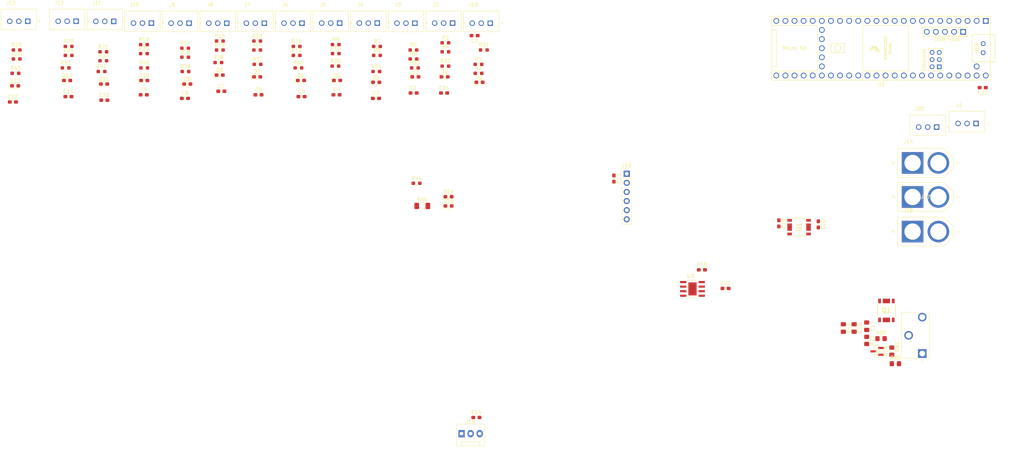
<source format=kicad_pcb>
(kicad_pcb (version 20240108) (generator "pcbnew") (generator_version "8.0")
  (layers (0 "F.Cu" signal) (31 "B.Cu" signal) (34 "B.Paste" user) (35 "F.Paste" user) (36 "B.SilkS" user "B.Silkscreen") (37 "F.SilkS" user "F.Silkscreen") (38 "B.Mask" user) (39 "F.Mask" user) (44 "Edge.Cuts" user))
  (net 0 "")
  (net 1 "+5V")
  (net 2 "GND1")
  (net 3 "+12V")
  (net 4 "+3.3V")
  (net 5 "44.4V")
  (net 6 "Net-(Q1-G)")
  (net 7 "44.4v")
  (net 8 "12v")
  (net 9 "5v")
  (net 10 "Signal Start Module")
  (net 11 "Net-(J17-POS)")
  (net 12 "Net-(J17-NEG)")
  (net 13 "Line Sensor 1 3.3V")
  (net 14 "Line Sensor 1 5v")
  (net 15 "Line Sensor 2 5v")
  (net 16 "Line Sensor 2 3.3V")
  (net 17 "Line Sensor 3 5v")
  (net 18 "Line Sensor 3 3.3V")
  (net 19 "Line Sensor 4 5v")
  (net 20 "Line Sensor 4 3.3V")
  (net 21 "Distance Sensor 1 12V")
  (net 22 "Distance Sensor 1 3.3V")
  (net 23 "Distance Sensor 2 12V")
  (net 24 "Distance Sensor 2 3.3V")
  (net 25 "Distance Sensor 3 3.3V")
  (net 26 "Distance Sensor 3 12V")
  (net 27 "Distance Sensor 4 12V")
  (net 28 "Distance Sensor 4 3.3V")
  (net 29 "Distance Sensor 5 3.3V")
  (net 30 "Distance Sensor 5 12V")
  (net 31 "Distance Sensor 6 12V")
  (net 32 "Distance Sensor 6 3.3V")
  (net 33 "Distance Sensor 7 3.3V")
  (net 34 "Distance Sensor 7 12V")
  (net 35 "Distance Sensor 8 3.3V")
  (net 36 "Distance Sensor 8 12V")
  (net 37 "Distance Sensor 9 3.3V")
  (net 38 "Distance Sensor 9 12V")
  (net 39 "Net-(Q2-D)")
  (net 40 "Net-(Q1-S)")
  (net 41 "Net-(Q2-G)")
  (net 42 "Net-(SW1-A)")
  (net 43 "Net-(D1-A)")
  (net 44 "Net-(D2-A)")
  (net 45 "Net-(D3-A)")
  (net 46 "Net-(D4-A)")
  (net 47 "Net-(D5-A)")
  (net 48 "Net-(D6-A)")
  (net 49 "Net-(D7-A)")
  (net 50 "Net-(D8-A)")
  (net 51 "Net-(D9-A)")
  (net 52 "Net-(D10-A)")
  (net 53 "Net-(D11-A)")
  (net 54 "Net-(D12-A)")
  (net 55 "Net-(D13-A)")
  (net 56 "Net-(D15-A)")
  (net 57 "Net-(D14-A)")
  (net 58 "PWM MD2")
  (net 59 "Direction MD2")
  (net 60 "SDA")
  (net 61 "PWM MD1")
  (net 62 "Direction MD1")
  (net 65 "SCL")
  (net 73 "Interupt")
  (footprint "Resistor_SMD:R_0805_2012Metric_Pad1.20x1.40mm_HandSolder" (layer "F.Cu") (at 218.5 112 -90)
    (property "Reference" "R27" (at 0 -1.65 90) (layer "F.SilkS"))
    (property "Value" "15k")
    (pad "1" smd roundrect (at -1 0 270) (size 1.2 1.4) (layers "F.Cu" "F.Paste" "F.Mask") (roundrect_rratio 0.208333) (net 6 "Net-(Q1-G)"))
    (pad "2" smd roundrect (at 1 0 270) (size 1.2 1.4) (layers "F.Cu" "F.Paste" "F.Mask") (roundrect_rratio 0.208333) (net 39 "Net-(Q2-D)"))
  )
  (footprint "LED_SMD:LED_0603_1608Metric_Pad1.05x0.95mm_HandSolder" (layer "F.Cu") (at 81.7 40)
    (property "Reference" "D4" (at 0 -1.43 0) (layer "F.SilkS"))
    (property "Value" "LED")
    (pad "1" smd roundrect (at -0.875 0) (size 1.05 0.95) (layers "F.Cu" "F.Paste" "F.Mask") (net 2 "GND1"))
    (pad "2" smd roundrect (at 0.875 0) (size 1.05 0.95) (layers "F.Cu" "F.Paste" "F.Mask") (net 46 "Net-(D4-A)"))
  )
  (footprint "Teensy try:Teensy41 (1)" (layer "F.Cu") (at 222.5 30.5 180)
    (property "Reference" "U2" (at 0 -10.16 0) (layer "F.SilkS"))
    (property "Value" "Teensy4.1")
    (fp_text user "Ethernet" (at -12.065 -3.2766 90) (layer "F.SilkS"))
    (fp_text user "USB" (at -26.67 0 90) (layer "F.SilkS"))
    (fp_text user "Micro SD" (at 24.13 0 0) (layer "F.SilkS"))
    (fp_text user "MIMXRT1062" (at -1.27 0 90) (layer "F.SilkS") (effects (font (size 0.7 0.7))))
    (fp_text user "USB Host" (at -18.4658 2.4892 0) (layer "F.SilkS"))
    (fp_text user "DVJ6A" (at -2.54 -0.18 90) (layer "F.SilkS") (effects (font (size 0.7 0.7))))
    (pad "1" thru_hole rect (at -29.21 7.62 180) (size 1.6 1.6) (drill 1.1) (layers "*.Cu" "*.Mask") (net 2 "GND1"))
    (pad "2" thru_hole circle (at -26.67 7.62 180) (size 1.6 1.6) (drill 1.1) (layers "*.Cu" "*.Mask"))
    (pad "3" thru_hole circle (at -24.13 7.62 180) (size 1.6 1.6) (drill 1.1) (layers "*.Cu" "*.Mask") (net 62 "Direction MD1"))
    (pad "4" thru_hole circle (at -21.59 7.62 180) (size 1.6 1.6) (drill 1.1) (layers "*.Cu" "*.Mask") (net 61 "PWM MD1"))
    (pad "5" thru_hole circle (at -19.05 7.62 180) (size 1.6 1.6) (drill 1.1) (layers "*.Cu" "*.Mask") (net 59 "Direction MD2"))
    (pad "6" thru_hole circle (at -16.51 7.62 180) (size 1.6 1.6) (drill 1.1) (layers "*.Cu" "*.Mask") (net 58 "PWM MD2"))
    (pad "7" thru_hole circle (at -13.97 7.62 180) (size 1.6 1.6) (drill 1.1) (layers "*.Cu" "*.Mask") (net 13 "Line Sensor 1 3.3V"))
    (pad "8" thru_hole circle (at -11.43 7.62 180) (size 1.6 1.6) (drill 1.1) (layers "*.Cu" "*.Mask") (net 16 "Line Sensor 2 3.3V"))
    (pad "9" thru_hole circle (at -8.89 7.62 180) (size 1.6 1.6) (drill 1.1) (layers "*.Cu" "*.Mask") (net 18 "Line Sensor 3 3.3V"))
    (pad "10" thru_hole circle (at -6.35 7.62 180) (size 1.6 1.6) (drill 1.1) (layers "*.Cu" "*.Mask") (net 20 "Line Sensor 4 3.3V"))
    (pad "11" thru_hole circle (at -3.81 7.62 180) (size 1.6 1.6) (drill 1.1) (layers "*.Cu" "*.Mask") (net 22 "Distance Sensor 1 3.3V"))
    (pad "12" thru_hole circle (at -1.27 7.62 180) (size 1.6 1.6) (drill 1.1) (layers "*.Cu" "*.Mask") (net 23 "Distance Sensor 2 12V"))
    (pad "13" thru_hole circle (at 1.27 7.62 180) (size 1.6 1.6) (drill 1.1) (layers "*.Cu" "*.Mask") (net 25 "Distance Sensor 3 3.3V"))
    (pad "14" thru_hole circle (at 3.81 7.62 180) (size 1.6 1.6) (drill 1.1) (layers "*.Cu" "*.Mask") (net 27 "Distance Sensor 4 12V"))
    (pad "15" thru_hole circle (at 6.35 7.62 180) (size 1.6 1.6) (drill 1.1) (layers "*.Cu" "*.Mask"))
    (pad "16" thru_hole circle (at 8.89 7.62 180) (size 1.6 1.6) (drill 1.1) (layers "*.Cu" "*.Mask") (net 30 "Distance Sensor 5 12V"))
    (pad "17" thru_hole circle (at 11.43 7.62 180) (size 1.6 1.6) (drill 1.1) (layers "*.Cu" "*.Mask") (net 31 "Distance Sensor 6 12V"))
    (pad "18" thru_hole circle (at 13.97 7.62 180) (size 1.6 1.6) (drill 1.1) (layers "*.Cu" "*.Mask") (net 34 "Distance Sensor 7 12V"))
    (pad "19" thru_hole circle (at 16.51 7.62 180) (size 1.6 1.6) (drill 1.1) (layers "*.Cu" "*.Mask") (net 36 "Distance Sensor 8 12V"))
    (pad "20" thru_hole circle (at 19.05 7.62 180) (size 1.6 1.6) (drill 1.1) (layers "*.Cu" "*.Mask") (net 38 "Distance Sensor 9 12V"))
    (pad "21" thru_hole circle (at 21.59 7.62 180) (size 1.6 1.6) (drill 1.1) (layers "*.Cu" "*.Mask") (net 10 "Signal Start Module"))
    (pad "22" thru_hole circle (at 24.13 7.62 180) (size 1.6 1.6) (drill 1.1) (layers "*.Cu" "*.Mask"))
    (pad "23" thru_hole circle (at 26.67 7.62 180) (size 1.6 1.6) (drill 1.1) (layers "*.Cu" "*.Mask"))
    (pad "24" thru_hole circle (at 29.21 7.62 180) (size 1.6 1.6) (drill 1.1) (layers "*.Cu" "*.Mask"))
    (pad "25" thru_hole circle (at 29.21 -7.62 180) (size 1.6 1.6) (drill 1.1) (layers "*.Cu" "*.Mask"))
    (pad "26" thru_hole circle (at 26.67 -7.62 180) (size 1.6 1.6) (drill 1.1) (layers "*.Cu" "*.Mask"))
    (pad "27" thru_hole circle (at 24.13 -7.62 180) (size 1.6 1.6) (drill 1.1) (layers "*.Cu" "*.Mask"))
    (pad "28" thru_hole circle (at 21.59 -7.62 180) (size 1.6 1.6) (drill 1.1) (layers "*.Cu" "*.Mask"))
    (pad "29" thru_hole circle (at 19.05 -7.62 180) (size 1.6 1.6) (drill 1.1) (layers "*.Cu" "*.Mask"))
    (pad "30" thru_hole circle (at 16.51 -7.62 180) (size 1.6 1.6) (drill 1.1) (layers "*.Cu" "*.Mask"))
    (pad "31" thru_hole circle (at 13.97 -7.62 180) (size 1.6 1.6) (drill 1.1) (layers "*.Cu" "*.Mask"))
    (pad "32" thru_hole circle (at 11.43 -7.62 180) (size 1.6 1.6) (drill 1.1) (layers "*.Cu" "*.Mask"))
    (pad "33" thru_hole circle (at 8.89 -7.62 180) (size 1.6 1.6) (drill 1.1) (layers "*.Cu" "*.Mask"))
    (pad "34" thru_hole circle (at 6.35 -7.62 180) (size 1.6 1.6) (drill 1.1) (layers "*.Cu" "*.Mask"))
    (pad "35" thru_hole circle (at 3.81 -7.62 180) (size 1.6 1.6) (drill 1.1) (layers "*.Cu" "*.Mask"))
    (pad "36" thru_hole circle (at 1.27 -7.62 180) (size 1.6 1.6) (drill 1.1) (layers "*.Cu" "*.Mask"))
    (pad "37" thru_hole circle (at -1.27 -7.62 180) (size 1.6 1.6) (drill 1.1) (layers "*.Cu" "*.Mask"))
    (pad "38" thru_hole circle (at -3.81 -7.62 180) (size 1.6 1.6) (drill 1.1) (layers "*.Cu" "*.Mask"))
    (pad "39" thru_hole circle (at -6.35 -7.62 180) (size 1.6 1.6) (drill 1.1) (layers "*.Cu" "*.Mask") (net 73 "Interupt"))
    (pad "40" thru_hole circle (at -8.89 -7.62 180) (size 1.6 1.6) (drill 1.1) (layers "*.Cu" "*.Mask") (net 60 "SDA"))
    (pad "41" thru_hole circle (at -11.43 -7.62 180) (size 1.6 1.6) (drill 1.1) (layers "*.Cu" "*.Mask") (net 65 "SCL"))
    (pad "42" thru_hole circle (at -13.97 -7.62 180) (size 1.6 1.6) (drill 1.1) (layers "*.Cu" "*.Mask"))
    (pad "43" thru_hole circle (at -16.51 -7.62 180) (size 1.6 1.6) (drill 1.1) (layers "*.Cu" "*.Mask"))
    (pad "44" thru_hole circle (at -19.05 -7.62 180) (size 1.6 1.6) (drill 1.1) (layers "*.Cu" "*.Mask"))
    (pad "45" thru_hole circle (at -21.59 -7.62 180) (size 1.6 1.6) (drill 1.1) (layers "*.Cu" "*.Mask"))
    (pad "46" thru_hole circle (at -24.13 -7.62 180) (size 1.6 1.6) (drill 1.1) (layers "*.Cu" "*.Mask") (net 4 "+3.3V"))
    (pad "47" thru_hole circle (at -26.67 -7.62 180) (size 1.6 1.6) (drill 1.1) (layers "*.Cu" "*.Mask") (net 2 "GND1"))
    (pad "48" thru_hole circle (at -29.21 -7.62 180) (size 1.6 1.6) (drill 1.1) (layers "*.Cu" "*.Mask") (net 1 "+5V"))
    (pad "49" thru_hole circle (at -26.67 -5.08 180) (size 1.6 1.6) (drill 1.1) (layers "*.Cu" "*.Mask"))
    (pad "50" thru_hole circle (at 16.51 5.08 180) (size 1.6 1.6) (drill 1.1) (layers "*.Cu" "*.Mask"))
    (pad "51" thru_hole circle (at 16.51 2.54 180) (size 1.6 1.6) (drill 1.1) (layers "*.Cu" "*.Mask"))
    (pad "52" thru_hole circle (at 16.51 0 180) (size 1.6 1.6) (drill 1.1) (layers "*.Cu" "*.Mask"))
    (pad "53" thru_hole circle (at 16.51 -2.54 180) (size 1.6 1.6) (drill 1.1) (layers "*.Cu" "*.Mask"))
    (pad "54" thru_hole circle (at 16.51 -5.08 180) (size 1.6 1.6) (drill 1.1) (layers "*.Cu" "*.Mask"))
    (pad "55" thru_hole rect (at -22.9108 4.5692 180) (size 1.6 1.6) (drill 1.1) (layers "*.Cu" "*.Mask"))
    (pad "56" thru_hole circle (at -20.3708 4.5692 180) (size 1.6 1.6) (drill 1.1) (layers "*.Cu" "*.Mask"))
    (pad "57" thru_hole circle (at -17.8308 4.5692 180) (size 1.6 1.6) (drill 1.1) (layers "*.Cu" "*.Mask"))
    (pad "58" thru_hole circle (at -15.2908 4.5692 180) (size 1.6 1.6) (drill 1.1) (layers "*.Cu" "*.Mask"))
    (pad "59" thru_hole circle (at -12.7508 4.5692 180) (size 1.6 1.6) (drill 1.1) (layers "*.Cu" "*.Mask"))
    (pad "60" thru_hole rect (at -16.24 -5.1816 180) (size 1.3 1.3) (drill 0.8) (layers "*.Cu" "*.Mask"))
    (pad "61" thru_hole circle (at -16.24 -3.1816 180) (size 1.3 1.3) (drill 0.8) (layers "*.Cu" "*.Mask"))
    (pad "62" thru_hole circle (at -16.24 -1.1816 180) (size 1.3 1.3) (drill 0.8) (layers "*.Cu" "*.Mask"))
    (pad "63" thru_hole circle (at -14.24 -1.1816 180) (size 1.3 1.3) (drill 0.8) (layers "*.Cu" "*.Mask"))
    (pad "64" thru_hole circle (at -14.24 -3.1816 180) (size 1.3 1.3) (drill 0.8) (layers "*.Cu" "*.Mask"))
    (pad "65" thru_hole circle (at -14.24 -5.1816 180) (size 1.3 1.3) (drill 0.8) (layers "*.Cu" "*.Mask"))
    (pad "66" thru_hole circle (at -28.48 -1.27 180) (size 1.3 1.3) (drill 0.8) (layers "*.Cu" "*.Mask"))
    (pad "67" thru_hole circle (at -28.48 1.27 180) (size 1.3 1.3) (drill 0.8) (layers "*.Cu" "*.Mask"))
  )
  (footprint "XT60-M:AMASS_XT60-M" (layer "F.Cu") (at 234.9 72)
    (property "Reference" "J17" (at 0 0 0) (layer "F.SilkS"))
    (property "Value" "XT60-M")
    (pad "N" thru_hole circle (at 3.6 0) (size 6 6) (drill 4.55) (layers "*.Cu" "*.Mask") (net 12 "Net-(J17-NEG)"))
    (pad "P" thru_hole rect (at -3.6 0) (size 6 6) (drill 4.55) (layers "*.Cu" "*.Mask") (net 11 "Net-(J17-POS)"))
  )
  (footprint "Capacitor_SMD:C_0603_1608Metric_Pad1.08x0.95mm_HandSolder" (layer "F.Cu") (at -19.6375 45.5)
    (property "Reference" "C12" (at 0 -1.43 0) (layer "F.SilkS"))
    (property "Value" "C")
    (pad "1" smd roundrect (at -0.8625 0) (size 1.075 0.95) (layers "F.Cu" "F.Paste" "F.Mask") (net 3 "+12V"))
    (pad "2" smd roundrect (at 0.8625 0) (size 1.075 0.95) (layers "F.Cu" "F.Paste" "F.Mask") (net 2 "GND1"))
  )
  (footprint "Resistor_SMD:R_0603_1608Metric_Pad0.98x0.95mm_HandSolder" (layer "F.Cu") (at 81.9125 30)
    (property "Reference" "R7" (at 0 -1.43 0) (layer "F.SilkS"))
    (property "Value" "R")
    (pad "1" smd roundrect (at -0.9125 0) (size 0.975 0.95) (layers "F.Cu" "F.Paste" "F.Mask") (net 19 "Line Sensor 4 5v"))
    (pad "2" smd roundrect (at 0.9125 0) (size 0.975 0.95) (layers "F.Cu" "F.Paste" "F.Mask") (net 20 "Line Sensor 4 3.3V"))
  )
  (footprint "Resistor_SMD:R_0603_1608Metric_Pad0.98x0.95mm_HandSolder" (layer "F.Cu") (at 28.4125 30.5)
    (property "Reference" "R17" (at 0 -1.43 0) (layer "F.SilkS"))
    (property "Value" "R")
    (pad "1" smd roundrect (at -0.9125 0) (size 0.975 0.95) (layers "F.Cu" "F.Paste" "F.Mask") (net 30 "Distance Sensor 5 12V"))
    (pad "2" smd roundrect (at 0.9125 0) (size 0.975 0.95) (layers "F.Cu" "F.Paste" "F.Mask") (net 29 "Distance Sensor 5 3.3V"))
  )
  (footprint "LED_SMD:LED_0603_1608Metric_Pad1.05x0.95mm_HandSolder" (layer "F.Cu") (at 48.5 38.5)
    (property "Reference" "D7" (at 0 -1.43 0) (layer "F.SilkS"))
    (property "Value" "LED")
    (pad "1" smd roundrect (at -0.875 0) (size 1.05 0.95) (layers "F.Cu" "F.Paste" "F.Mask") (net 2 "GND1"))
    (pad "2" smd roundrect (at 0.875 0) (size 1.05 0.95) (layers "F.Cu" "F.Paste" "F.Mask") (net 49 "Net-(D7-A)"))
  )
  (footprint "LED_SMD:LED_0603_1608Metric_Pad1.05x0.95mm_HandSolder" (layer "F.Cu") (at 70.7875 39.49)
    (property "Reference" "D5" (at 0 -1.43 0) (layer "F.SilkS"))
    (property "Value" "LED")
    (pad "1" smd roundrect (at -0.875 0) (size 1.05 0.95) (layers "F.Cu" "F.Paste" "F.Mask") (net 2 "GND1"))
    (pad "2" smd roundrect (at 0.875 0) (size 1.05 0.95) (layers "F.Cu" "F.Paste" "F.Mask") (net 47 "Net-(D5-A)"))
  )
  (footprint "Jst Xh 2.5-3 Pin:JST_B3B-XH-A_LF__SN_" (layer "F.Cu") (at 100.5 22.975)
    (property "Reference" "J2" (at -2.2 -4.6 0) (layer "F.SilkS") (effects (font (size 0.944882 0.944882))))
    (property "Value" "Conn_01x03_MountingPin")
    (pad "1" thru_hole rect (at 2.5 0.525) (size 1.508 1.508) (drill 1) (layers "*.Cu" "*.Mask") (net 15 "Line Sensor 2 5v"))
    (pad "2" thru_hole circle (at 0 0.525) (size 1.508 1.508) (drill 1) (layers "*.Cu" "*.Mask") (net 1 "+5V"))
    (pad "3" thru_hole circle (at -2.5 0.525) (size 1.508 1.508) (drill 1) (layers "*.Cu" "*.Mask") (net 2 "GND1"))
  )
  (footprint "Jst Xh 2.5-3 Pin:JST_B3B-XH-A_LF__SN_" (layer "F.Cu") (at 48 23)
    (property "Reference" "J7" (at -2.2 -4.6 0) (layer "F.SilkS") (effects (font (size 0.944882 0.944882))))
    (property "Value" "Conn_01x03_MountingPin")
    (pad "1" thru_hole rect (at 2.5 0.525) (size 1.508 1.508) (drill 1) (layers "*.Cu" "*.Mask") (net 26 "Distance Sensor 3 12V"))
    (pad "2" thru_hole circle (at 0 0.525) (size 1.508 1.508) (drill 1) (layers "*.Cu" "*.Mask") (net 3 "+12V"))
    (pad "3" thru_hole circle (at -2.5 0.525) (size 1.508 1.508) (drill 1) (layers "*.Cu" "*.Mask") (net 2 "GND1"))
  )
  (footprint "Capacitor_SMD:C_0603_1608Metric_Pad1.08x0.95mm_HandSolder" (layer "F.Cu") (at 16.8625 43.5)
    (property "Reference" "C9" (at 0 -1.43 0) (layer "F.SilkS"))
    (property "Value" "C")
    (pad "1" smd roundrect (at -0.8625 0) (size 1.075 0.95) (layers "F.Cu" "F.Paste" "F.Mask") (net 3 "+12V"))
    (pad "2" smd roundrect (at 0.8625 0) (size 1.075 0.95) (layers "F.Cu" "F.Paste" "F.Mask") (net 2 "GND1"))
  )
  (footprint "LED_SMD:LED_0603_1608Metric_Pad1.05x0.95mm_HandSolder" (layer "F.Cu") (at 38.05 38)
    (property "Reference" "D8" (at 0 -1.43 0) (layer "F.SilkS"))
    (property "Value" "LED")
    (pad "1" smd roundrect (at -0.875 0) (size 1.05 0.95) (layers "F.Cu" "F.Paste" "F.Mask") (net 2 "GND1"))
    (pad "2" smd roundrect (at 0.875 0) (size 1.05 0.95) (layers "F.Cu" "F.Paste" "F.Mask") (net 50 "Net-(D8-A)"))
  )
  (footprint "Capacitor_SMD:C_0603_1608Metric_Pad1.08x0.95mm_HandSolder" (layer "F.Cu") (at 109.1375 27 180)
    (property "Reference" "C2" (at 0 -1.43 360) (layer "F.SilkS"))
    (property "Value" "C")
    (pad "1" smd roundrect (at -0.8625 0 180) (size 1.075 0.95) (layers "F.Cu" "F.Paste" "F.Mask") (net 1 "+5V"))
    (pad "2" smd roundrect (at 0.8625 0 180) (size 1.075 0.95) (layers "F.Cu" "F.Paste" "F.Mask") (net 2 "GND1"))
  )
  (footprint "Capacitor_SMD:C_0603_1608Metric_Pad1.08x0.95mm_HandSolder" (layer "F.Cu") (at 172.5375 92.325)
    (property "Reference" "C18" (at 0 -1.43 0) (layer "F.SilkS"))
    (property "Value" "C")
    (pad "1" smd roundrect (at -0.8625 0) (size 1.075 0.95) (layers "F.Cu" "F.Paste" "F.Mask") (net 7 "44.4v"))
    (pad "2" smd roundrect (at 0.8625 0) (size 1.075 0.95) (layers "F.Cu" "F.Paste" "F.Mask") (net 2 "GND1"))
  )
  (footprint "Capacitor_SMD:C_0603_1608Metric_Pad1.08x0.95mm_HandSolder" (layer "F.Cu") (at 250.8625 41.5 180)
    (property "Reference" "C22" (at 0 -1.43 0) (layer "F.SilkS"))
    (property "Value" "C")
    (pad "1" smd roundrect (at -0.8625 0 180) (size 1.075 0.95) (layers "F.Cu" "F.Paste" "F.Mask") (net 1 "+5V"))
    (pad "2" smd roundrect (at 0.8625 0 180) (size 1.075 0.95) (layers "F.Cu" "F.Paste" "F.Mask") (net 2 "GND1"))
  )
  (footprint "Connector_PinHeader_2.54mm:PinHeader_1x06_P2.54mm_Vertical" (layer "F.Cu") (at 151.58 65.52)
    (property "Reference" "J16" (at 0 -2.33 0) (layer "F.SilkS"))
    (property "Value" "Conn_01x08_Pin")
    (pad "1" thru_hole rect (at 0 0) (size 1.7 1.7) (drill 1) (layers "*.Cu" "*.Mask") (net 1 "+5V"))
    (pad "2" thru_hole oval (at 0 2.54) (size 1.7 1.7) (drill 1) (layers "*.Cu" "*.Mask") (net 2 "GND1"))
    (pad "3" thru_hole oval (at 0 5.08) (size 1.7 1.7) (drill 1) (layers "*.Cu" "*.Mask") (net 65 "SCL"))
    (pad "4" thru_hole oval (at 0 7.62) (size 1.7 1.7) (drill 1) (layers "*.Cu" "*.Mask") (net 60 "SDA"))
    (pad "5" thru_hole oval (at 0 10.16) (size 1.7 1.7) (drill 1) (layers "*.Cu" "*.Mask"))
    (pad "6" thru_hole oval (at 0 12.7) (size 1.7 1.7) (drill 1) (layers "*.Cu" "*.Mask"))
  )
  (footprint "LED_SMD:LED_0603_1608Metric_Pad1.05x0.95mm_HandSolder" (layer "F.Cu") (at 101.875 71.91)
    (property "Reference" "D14" (at 0 -1.43 0) (layer "F.SilkS"))
    (property "Value" "LED")
    (pad "1" smd roundrect (at -0.875 0) (size 1.05 0.95) (layers "F.Cu" "F.Paste" "F.Mask") (net 2 "GND1"))
    (pad "2" smd roundrect (at 0.875 0) (size 1.05 0.95) (layers "F.Cu" "F.Paste" "F.Mask") (net 57 "Net-(D14-A)"))
  )
  (footprint "Capacitor_SMD:C_0603_1608Metric_Pad1.08x0.95mm_HandSolder" (layer "F.Cu") (at 5.8625 45)
    (property "Reference" "C10" (at 0 -1.43 0) (layer "F.SilkS"))
    (property "Value" "C")
    (pad "1" smd roundrect (at -0.8625 0) (size 1.075 0.95) (layers "F.Cu" "F.Paste" "F.Mask") (net 3 "+12V"))
    (pad "2" smd roundrect (at 0.8625 0) (size 1.075 0.95) (layers "F.Cu" "F.Paste" "F.Mask") (net 2 "GND1"))
  )
  (footprint "Resistor_SMD:R_0603_1608Metric_Pad0.98x0.95mm_HandSolder" (layer "F.Cu") (at 59.5 32.51)
    (property "Reference" "R12" (at 0 -1.43 0) (layer "F.SilkS"))
    (property "Value" "R")
    (pad "1" smd roundrect (at -0.9125 0) (size 0.975 0.95) (layers "F.Cu" "F.Paste" "F.Mask") (net 24 "Distance Sensor 2 3.3V"))
    (pad "2" smd roundrect (at 0.9125 0) (size 0.975 0.95) (layers "F.Cu" "F.Paste" "F.Mask") (net 2 "GND1"))
  )
  (footprint "Capacitor_SMD:C_0603_1608Metric_Pad1.08x0.95mm_HandSolder" (layer "F.Cu") (at 148 66.8625 -90)
    (property "Reference" "C13" (at 0 -1.43 90) (layer "F.SilkS"))
    (property "Value" "C")
    (pad "1" smd roundrect (at -0.8625 0 270) (size 1.075 0.95) (layers "F.Cu" "F.Paste" "F.Mask") (net 1 "+5V"))
    (pad "2" smd roundrect (at 0.8625 0 270) (size 1.075 0.95) (layers "F.Cu" "F.Paste" "F.Mask") (net 2 "GND1"))
  )
  (footprint "Resistor_SMD:R_0603_1608Metric_Pad0.98x0.95mm_HandSolder" (layer "F.Cu") (at 101 31.51)
    (property "Reference" "R4" (at 0 -1.43 0) (layer "F.SilkS"))
    (property "Value" "R")
    (pad "1" smd roundrect (at -0.9125 0) (size 0.975 0.95) (layers "F.Cu" "F.Paste" "F.Mask") (net 16 "Line Sensor 2 3.3V"))
    (pad "2" smd roundrect (at 0.9125 0) (size 0.975 0.95) (layers "F.Cu" "F.Paste" "F.Mask") (net 2 "GND1"))
  )
  (footprint "Resistor_SMD:R_0603_1608Metric_Pad0.98x0.95mm_HandSolder" (layer "F.Cu") (at 70.4125 32)
    (property "Reference" "R10" (at 0 -1.43 0) (layer "F.SilkS"))
    (property "Value" "R")
    (pad "1" smd roundrect (at -0.9125 0) (size 0.975 0.95) (layers "F.Cu" "F.Paste" "F.Mask") (net 22 "Distance Sensor 1 3.3V"))
    (pad "2" smd roundrect (at 0.9125 0) (size 0.975 0.95) (layers "F.Cu" "F.Paste" "F.Mask") (net 2 "GND1"))
  )
  (footprint "Resistor_SMD:R_0603_1608Metric_Pad0.98x0.95mm_HandSolder" (layer "F.Cu") (at 17 36)
    (property "Reference" "R40" (at 0 -1.43 0) (layer "F.SilkS"))
    (property "Value" "R")
    (pad "1" smd roundrect (at -0.9125 0) (size 0.975 0.95) (layers "F.Cu" "F.Paste" "F.Mask") (net 32 "Distance Sensor 6 3.3V"))
    (pad "2" smd roundrect (at 0.9125 0) (size 0.975 0.95) (layers "F.Cu" "F.Paste" "F.Mask") (net 52 "Net-(D10-A)"))
  )
  (footprint "Resistor_SMD:R_0603_1608Metric_Pad0.98x0.95mm_HandSolder" (layer "F.Cu") (at 81.7375 37)
    (property "Reference" "R34" (at 0 -1.43 0) (layer "F.SilkS"))
    (property "Value" "R")
    (pad "1" smd roundrect (at -0.9125 0) (size 0.975 0.95) (layers "F.Cu" "F.Paste" "F.Mask") (net 20 "Line Sensor 4 3.3V"))
    (pad "2" smd roundrect (at 0.9125 0) (size 0.975 0.95) (layers "F.Cu" "F.Paste" "F.Mask") (net 46 "Net-(D4-A)"))
  )
  (footprint "Jst Xh 2.5-3 Pin:JST_B3B-XH-A_LF__SN_" (layer "F.Cu") (at 79.5 22.975)
    (property "Reference" "J4" (at -2.2 -4.6 0) (layer "F.SilkS") (effects (font (size 0.944882 0.944882))))
    (property "Value" "Conn_01x03_MountingPin")
    (pad "1" thru_hole rect (at 2.5 0.525) (size 1.508 1.508) (drill 1) (layers "*.Cu" "*.Mask") (net 19 "Line Sensor 4 5v"))
    (pad "2" thru_hole circle (at 0 0.525) (size 1.508 1.508) (drill 1) (layers "*.Cu" "*.Mask") (net 1 "+5V"))
    (pad "3" thru_hole circle (at -2.5 0.525) (size 1.508 1.508) (drill 1) (layers "*.Cu" "*.Mask") (net 2 "GND1"))
  )
  (footprint "12Vvoltagereg:S1142A50IE6T1U" (layer "F.Cu") (at 199.64 80.41 -90)
    (property "Reference" "U1" (at 0 0 90) (layer "F.SilkS") (effects (font (size 1.27 1.27) (thickness 0.254))))
    (property "Value" "S-1142DA0I-E6T1U" (hide yes))
    (pad "1" smd rect (at -1.91 2.64 270) (size 0.76 1.27) (layers "F.Cu" "F.Paste" "F.Mask") (net 8 "12v"))
    (pad "2" smd rect (at 0 2.64) (size 1.27 2.03) (layers "F.Cu" "F.Paste" "F.Mask") (net 2 "GND1"))
    (pad "3" smd rect (at 1.91 2.64 270) (size 0.76 1.27) (layers "F.Cu" "F.Paste" "F.Mask") (net 2 "GND1"))
    (pad "4" smd rect (at 1.91 -2.64 270) (size 0.76 1.27) (layers "F.Cu" "F.Paste" "F.Mask"))
    (pad "5" smd rect (at 0 -2.64) (size 1.27 2.03) (layers "F.Cu" "F.Paste" "F.Mask") (net 2 "GND1"))
    (pad "6" smd rect (at -1.91 -2.64 270) (size 0.76 1.27) (layers "F.Cu" "F.Paste" "F.Mask") (net 7 "44.4v"))
  )
  (footprint "TQL850CSV50_RLG(5vmotordriver):SOIC127P600X170-9N" (layer "F.Cu") (at 169.915 97.635)
    (property "Reference" "U3" (at -0.535 -3.635 0) (layer "F.SilkS"))
    (property "Value" "TQL850CSV50_RLG")
    (pad "1" smd roundrect (at -2.585 -1.905) (size 1.75 0.6) (layers "F.Cu" "F.Paste" "F.Mask") (roundrect_rratio 0.125) (net 7 "44.4v"))
    (pad "2" smd roundrect (at -2.585 -0.635) (size 1.75 0.6) (layers "F.Cu" "F.Paste" "F.Mask") (roundrect_rratio 0.125) (net 7 "44.4v"))
    (pad "3" smd roundrect (at -2.585 0.635) (size 1.75 0.6) (layers "F.Cu" "F.Paste" "F.Mask") (roundrect_rratio 0.125))
    (pad "4" smd roundrect (at -2.585 1.905) (size 1.75 0.6) (layers "F.Cu" "F.Paste" "F.Mask") (roundrect_rratio 0.125) (net 2 "GND1"))
    (pad "5" smd roundrect (at 2.585 1.905) (size 1.75 0.6) (layers "F.Cu" "F.Paste" "F.Mask") (roundrect_rratio 0.125) (net 2 "GND1"))
    (pad "6" smd roundrect (at 2.585 0.635) (size 1.75 0.6) (layers "F.Cu" "F.Paste" "F.Mask") (roundrect_rratio 0.125) (net 2 "GND1"))
    (pad "7" smd roundrect (at 2.585 -0.635) (size 1.75 0.6) (layers "F.Cu" "F.Paste" "F.Mask") (roundrect_rratio 0.125))
    (pad "8" smd roundrect (at 2.585 -1.905) (size 1.75 0.6) (layers "F.Cu" "F.Paste" "F.Mask") (roundrect_rratio 0.125) (net 9 "5v"))
    (pad "9" smd rect (at 0 0) (size 2.3 3.63) (layers "F.Cu" "F.Mask"))
  )
  (footprint "Resistor_SMD:R_0603_1608Metric_Pad0.98x0.95mm_HandSolder" (layer "F.Cu") (at -4.0875 30)
    (property "Reference" "R23" (at 0 -1.43 0) (layer "F.SilkS"))
    (property "Value" "R")
    (pad "1" smd roundrect (at -0.9125 0) (size 0.975 0.95) (layers "F.Cu" "F.Paste" "F.Mask") (net 36 "Distance Sensor 8 12V"))
    (pad "2" smd roundrect (at 0.9125 0) (size 0.975 0.95) (layers "F.Cu" "F.Paste" "F.Mask") (net 35 "Distance Sensor 8 3.3V"))
  )
  (footprint "LED_SMD:LED_0603_1608Metric_Pad1.05x0.95mm_HandSolder" (layer "F.Cu") (at 110.5125 40)
    (property "Reference" "D1" (at 0 -1.43 0) (layer "F.SilkS"))
    (property "Value" "LED")
    (pad "1" smd roundrect (at -0.875 0) (size 1.05 0.95) (layers "F.Cu" "F.Paste" "F.Mask") (net 2 "GND1"))
    (pad "2" smd roundrect (at 0.875 0) (size 1.05 0.95) (layers "F.Cu" "F.Paste" "F.Mask") (net 43 "Net-(D1-A)"))
  )
  (footprint "Resistor_SMD:R_0603_1608Metric_Pad0.98x0.95mm_HandSolder" (layer "F.Cu") (at -4.0875 32.51)
    (property "Reference" "R24" (at 0 -1.43 0) (layer "F.SilkS"))
    (property "Value" "R")
    (pad "1" smd roundrect (at -0.9125 0) (size 0.975 0.95) (layers "F.Cu" "F.Paste" "F.Mask") (net 35 "Distance Sensor 8 3.3V"))
    (pad "2" smd roundrect (at 0.9125 0) (size 0.975 0.95) (layers "F.Cu" "F.Paste" "F.Mask") (net 2 "GND1"))
  )
  (footprint "Resistor_SMD:R_0603_1608Metric_Pad0.98x0.95mm_HandSolder" (layer "F.Cu") (at 28.4125 33.01)
    (property "Reference" "R18" (at 0 -1.43 0) (layer "F.SilkS"))
    (property "Value" "R")
    (pad "1" smd roundrect (at -0.9125 0) (size 0.975 0.95) (layers "F.Cu" "F.Paste" "F.Mask") (net 29 "Distance Sensor 5 3.3V"))
    (pad "2" smd roundrect (at 0.9125 0) (size 0.975 0.95) (layers "F.Cu" "F.Paste" "F.Mask") (net 2 "GND1"))
  )
  (footprint "Capacitor_SMD:C_0603_1608Metric_Pad1.08x0.95mm_HandSolder" (layer "F.Cu") (at 205 79.6375 -90)
    (property "Reference" "C20" (at 0 -1.43 90) (layer "F.SilkS"))
    (property "Value" "C")
    (pad "1" smd roundrect (at -0.8625 0 270) (size 1.075 0.95) (layers "F.Cu" "F.Paste" "F.Mask") (net 7 "44.4v"))
    (pad "2" smd roundrect (at 0.8625 0 270) (size 1.075 0.95) (layers "F.Cu" "F.Paste" "F.Mask") (net 2 "GND1"))
  )
  (footprint "Capacitor_SMD:C_0805_2012Metric_Pad1.18x1.45mm_HandSolder" (layer "F.Cu") (at 218.5 108.0375 -90)
    (property "Reference" "C17" (at 0 -1.68 90) (layer "F.SilkS"))
    (property "Value" "1uF")
    (pad "1" smd roundrect (at -1.0375 0 270) (size 1.175 1.45) (layers "F.Cu" "F.Paste" "F.Mask") (roundrect_rratio 0.212766) (net 5 "44.4V"))
    (pad "2" smd roundrect (at 1.0375 0 270) (size 1.175 1.45) (layers "F.Cu" "F.Paste" "F.Mask") (roundrect_rratio 0.212766) (net 6 "Net-(Q1-G)"))
  )
  (footprint "Jst Xh 2.5-3 Pin:JST_B3B-XH-A_LF__SN_" (layer "F.Cu") (at -18 22.475)
    (property "Reference" "J13" (at -2.2 -4.6 0) (layer "F.SilkS") (effects (font (size 0.944882 0.944882))))
    (property "Value" "Conn_01x03_MountingPin")
    (pad "1" thru_hole rect (at 2.5 0.525) (size 1.508 1.508) (drill 1) (layers "*.Cu" "*.Mask") (net 38 "Distance Sensor 9 12V"))
    (pad "2" thru_hole circle (at 0 0.525) (size 1.508 1.508) (drill 1) (layers "*.Cu" "*.Mask") (net 3 "+12V"))
    (pad "3" thru_hole circle (at -2.5 0.525) (size 1.508 1.508) (drill 1) (layers "*.Cu" "*.Mask") (net 2 "GND1"))
  )
  (footprint "Resistor_SMD:R_0603_1608Metric_Pad0.98x0.95mm_HandSolder" (layer "F.Cu") (at 48.5875 35)
    (property "Reference" "R37" (at 0 -1.43 0) (layer "F.SilkS"))
    (property "Value" "R")
    (pad "1" smd roundrect (at -0.9125 0) (size 0.975 0.95) (layers "F.Cu" "F.Paste" "F.Mask") (net 25 "Distance Sensor 3 3.3V"))
    (pad "2" smd roundrect (at 0.9125 0) (size 0.975 0.95) (layers "F.Cu" "F.Paste" "F.Mask") (net 49 "Net-(D7-A)"))
  )
  (footprint "Resistor_SMD:R_0603_1608Metric_Pad0.98x0.95mm_HandSolder" (layer "F.Cu") (at 28.5 37)
    (property "Reference" "R39" (at 0 -1.43 0) (layer "F.SilkS"))
    (property "Value" "R")
    (pad "1" smd roundrect (at -0.9125 0) (size 0.975 0.95) (layers "F.Cu" "F.Paste" "F.Mask") (net 29 "Distance Sensor 5 3.3V"))
    (pad "2" smd roundrect (at 0.9125 0) (size 0.975 0.95) (layers "F.Cu" "F.Paste" "F.Mask") (net 51 "Net-(D9-A)"))
  )
  (footprint "LED_SMD:LED_0603_1608Metric_Pad1.05x0.95mm_HandSolder" (layer "F.Cu") (at 100.7875 38.5)
    (property "Reference" "D2" (at 0 -1.43 0) (layer "F.SilkS"))
    (property "Value" "LED")
    (pad "1" smd roundrect (at -0.875 0) (size 1.05 0.95) (layers "F.Cu" "F.Paste" "F.Mask") (net 2 "GND1"))
    (pad "2" smd roundrect (at 0.875 0) (size 1.05 0.95) (layers "F.Cu" "F.Paste" "F.Mask") (net 44 "Net-(D2-A)"))
  )
  (footprint "Resistor_SMD:R_0805_2012Metric_Pad1.20x1.40mm_HandSolder" (layer "F.Cu") (at 226.5 118.5)
    (property "Reference" "R30" (at 0 -1.65 0) (layer "F.SilkS"))
    (property "Value" "8k")
    (pad "1" smd roundrect (at -1 0) (size 1.2 1.4) (layers "F.Cu" "F.Paste" "F.Mask") (roundrect_rratio 0.208333) (net 41 "Net-(Q2-G)"))
    (pad "2" smd roundrect (at 1 0) (size 1.2 1.4) (layers "F.Cu" "F.Paste" "F.Mask") (roundrect_rratio 0.208333) (net 42 "Net-(SW1-A)"))
  )
  (footprint "Jst Xh 2.5-3 Pin:JST_B3B-XH-A_LF__SN_" (layer "F.Cu") (at 246.5 50.975)
    (property "Reference" "J1" (at -2.2 -4.6 0) (layer "F.SilkS") (effects (font (size 0.944882 0.944882))))
    (property "Value" "Conn_01x03_MountingPin")
    (pad "1" thru_hole rect (at 2.5 0.525) (size 1.508 1.508) (drill 1) (layers "*.Cu" "*.Mask") (net 59 "Direction MD2"))
    (pad "2" thru_hole circle (at 0 0.525) (size 1.508 1.508) (drill 1) (layers "*.Cu" "*.Mask") (net 58 "PWM MD2"))
    (pad "3" thru_hole circle (at -2.5 0.525) (size 1.508 1.508) (drill 1) (layers "*.Cu" "*.Mask") (net 2 "GND1"))
  )
  (footprint "LED_SMD:LED_0603_1608Metric_Pad1.05x0.95mm_HandSolder" (layer "F.Cu") (at 17 39.5)
    (property "Reference" "D10" (at 0 -1.43 0) (layer "F.SilkS"))
    (property "Value" "LED")
    (pad "1" smd roundrect (at -0.875 0) (size 1.05 0.95) (layers "F.Cu" "F.Paste" "F.Mask") (net 2 "GND1"))
    (pad "2" smd roundrect (at 0.875 0) (size 1.05 0.95) (layers "F.Cu" "F.Paste" "F.Mask") (net 52 "Net-(D10-A)"))
  )
  (footprint "Resistor_SMD:R_0805_2012Metric_Pad1.20x1.40mm_HandSolder" (layer "F.Cu") (at 222.5 111.5)
    (property "Reference" "R28" (at 0 -1.65 0) (layer "F.SilkS"))
    (property "Value" "10k")
    (pad "1" smd roundrect (at -1 0) (size 1.2 1.4) (layers "F.Cu" "F.Paste" "F.Mask") (roundrect_rratio 0.208333) (net 6 "Net-(Q1-G)"))
    (pad "2" smd roundrect (at 1 0) (size 1.2 1.4) (layers "F.Cu" "F.Paste" "F.Mask") (roundrect_rratio 0.208333) (net 40 "Net-(Q1-S)"))
  )
  (footprint "Resistor_SMD:R_0603_1608Metric_Pad0.98x0.95mm_HandSolder" (layer "F.Cu") (at 70.325 35.49)
    (property "Reference" "R35" (at 0 -1.43 0) (layer "F.SilkS"))
    (property "Value" "R")
    (pad "1" smd roundrect (at -0.9125 0) (size 0.975 0.95) (layers "F.Cu" "F.Paste" "F.Mask") (net 22 "Distance Sensor 1 3.3V"))
    (pad "2" smd roundrect (at 0.9125 0) (size 0.975 0.95) (layers "F.Cu" "F.Paste" "F.Mask") (net 47 "Net-(D5-A)"))
  )
  (footprint "LED_SMD:LED_0603_1608Metric_Pad1.05x0.95mm_HandSolder" (layer "F.Cu") (at 29 40.5)
    (property "Reference" "D9" (at 0 -1.43 0) (layer "F.SilkS"))
    (property "Value" "LED")
    (pad "1" smd roundrect (at -0.875 0) (size 1.05 0.95) (layers "F.Cu" "F.Paste" "F.Mask") (net 2 "GND1"))
    (pad "2" smd roundrect (at 0.875 0) (size 1.05 0.95) (layers "F.Cu" "F.Paste" "F.Mask") (net 51 "Net-(D9-A)"))
  )
  (footprint "Capacitor_SMD:C_0603_1608Metric_Pad1.08x0.95mm_HandSolder" (layer "F.Cu") (at 92.1375 43)
    (property "Reference" "C1" (at 0 -1.43 0) (layer "F.SilkS"))
    (property "Value" "C")
    (pad "1" smd roundrect (at -0.8625 0) (size 1.075 0.95) (layers "F.Cu" "F.Paste" "F.Mask") (net 1 "+5V"))
    (pad "2" smd roundrect (at 0.8625 0) (size 1.075 0.95) (layers "F.Cu" "F.Paste" "F.Mask") (net 2 "GND1"))
  )
  (footprint "Jst Xh 2.5-3 Pin:JST_B3B-XH-A_LF__SN_" (layer "F.Cu") (at 69 22.975)
    (property "Reference" "J5" (at -2.2 -4.6 0) (layer "F.SilkS") (effects (font (size 0.944882 0.944882))))
    (property "Value" "Conn_01x03_MountingPin")
    (pad "1" thru_hole rect (at 2.5 0.525) (size 1.508 1.508) (drill 1) (layers "*.Cu" "*.Mask") (net 21 "Distance Sensor 1 12V"))
    (pad "2" thru_hole circle (at 0 0.525) (size 1.508 1.508) (drill 1) (layers "*.Cu" "*.Mask") (net 3 "+12V"))
    (pad "3" thru_hole circle (at -2.5 0.525) (size 1.508 1.508) (drill 1) (layers "*.Cu" "*.Mask") (net 2 "GND1"))
  )
  (footprint "Resistor_SMD:R_0805_2012Metric_Pad1.20x1.40mm_HandSolder" (layer "F.Cu") (at 225.5 115 90)
    (property "Reference" "R29" (at 0 -1.65 90) (layer "F.SilkS"))
    (property "Value" "1k")
    (pad "1" smd roundrect (at -1 0 90) (size 1.2 1.4) (layers "F.Cu" "F.Paste" "F.Mask") (roundrect_rratio 0.208333) (net 41 "Net-(Q2-G)"))
    (pad "2" smd roundrect (at 1 0 90) (size 1.2 1.4) (layers "F.Cu" "F.Paste" "F.Mask") (roundrect_rratio 0.208333) (net 2 "GND1"))
  )
  (footprint "Resistor_SMD:R_0603_1608Metric_Pad0.98x0.95mm_HandSolder" (layer "F.Cu") (at 92.5 36)
    (property "Reference" "R33" (at 0 -1.43 0) (layer "F.SilkS"))
    (property "Value" "R")
    (pad "1" smd roundrect (at -0.9125 0) (size 0.975 0.95) (layers "F.Cu" "F.Paste" "F.Mask") (net 18 "Line Sensor 3 3.3V"))
    (pad "2" smd roundrect (at 0.9125 0) (size 0.975 0.95) (layers "F.Cu" "F.Paste" "F.Mask") (net 45 "Net-(D3-A)"))
  )
  (footprint "Resistor_SMD:R_0603_1608Metric_Pad0.98x0.95mm_HandSolder" (layer "F.Cu") (at 48.5 31.01)
    (property "Reference" "R14" (at 0 -1.43 0) (layer "F.SilkS"))
    (property "Value" "R")
    (pad "1" smd roundrect (at -0.9125 0) (size 0.975 0.95) (layers "F.Cu" "F.Paste" "F.Mask") (net 25 "Distance Sensor 3 3.3V"))
    (pad "2" smd roundrect (at 0.9125 0) (size 0.975 0.95) (layers "F.Cu" "F.Paste" "F.Mask") (net 2 "GND1"))
  )
  (footprint "Capacitor_SMD:C_0603_1608Metric_Pad1.08x0.95mm_HandSolder" (layer "F.Cu") (at 38.5 42.5)
    (property "Reference" "C7" (at 0 -1.43 0) (layer "F.SilkS"))
    (property "Value" "C")
    (pad "1" smd roundrect (at -0.8625 0) (size 1.075 0.95) (layers "F.Cu" "F.Paste" "F.Mask") (net 3 "+12V"))
    (pad "2" smd roundrect (at 0.8625 0) (size 1.075 0.95) (layers "F.Cu" "F.Paste" "F.Mask") (net 2 "GND1"))
  )
  (footprint "Capacitor_SMD:C_0603_1608Metric_Pad1.08x0.95mm_HandSolder" (layer "F.Cu") (at 109.6375 133.5)
    (property "Reference" "C14" (at 0 -1.43 0) (layer "F.SilkS"))
    (property "Value" "C")
    (pad "1" smd roundrect (at -0.8625 0) (size 1.075 0.95) (layers "F.Cu" "F.Paste" "F.Mask") (net 2 "GND1"))
    (pad "2" smd roundrect (at 0.8625 0) (size 1.075 0.95) (layers "F.Cu" "F.Paste" "F.Mask") (net 4 "+3.3V"))
  )
  (footprint "Resistor_SMD:R_0603_1608Metric_Pad0.98x0.95mm_HandSolder" (layer "F.Cu") (at -4.9125 36)
    (property "Reference" "R42" (at 0 -1.43 0) (layer "F.SilkS"))
    (property "Value" "R")
    (pad "1" smd roundrect (at -0.9125 0) (size 0.975 0.95) (layers "F.Cu" "F.Paste" "F.Mask") (net 35 "Distance Sensor 8 3.3V"))
    (pad "2" smd roundrect (at 0.9125 0) (size 0.975 0.95) (layers "F.Cu" "F.Paste" "F.Mask") (net 54 "Net-(D12-A)"))
  )
  (footprint "Capacitor_SMD:C_0603_1608Metric_Pad1.08x0.95mm_HandSolder" (layer "F.Cu") (at 48.8625 43.5)
    (property "Reference" "C6" (at 0 -1.43 0) (layer "F.SilkS"))
    (property "Value" "C")
    (pad "1" smd roundrect (at -0.8625 0) (size 1.075 0.95) (layers "F.Cu" "F.Paste" "F.Mask") (net 3 "+12V"))
    (pad "2" smd roundrect (at 0.8625 0) (size 1.075 0.95) (layers "F.Cu" "F.Paste" "F.Mask") (net 2 "GND1"))
  )
  (footprint "Resistor_SMD:R_0603_1608Metric_Pad0.98x0.95mm_HandSolder" (layer "F.Cu") (at 48.5 28.5)
    (property "Reference" "R13" (at 0 -1.43 0) (layer "F.SilkS"))
    (property "Value" "R")
    (pad "1" smd roundrect (at -0.9125 0) (size 0.975 0.95) (layers "F.Cu" "F.Paste" "F.Mask") (net 26 "Distance Sensor 3 12V"))
    (pad "2" smd roundrect (at 0.9125 0) (size 0.975 0.95) (layers "F.Cu" "F.Paste" "F.Mask") (net 25 "Distance Sensor 3 3.3V"))
  )
  (footprint "Capacitor_SMD:C_0805_2012Metric_Pad1.18x1.45mm_HandSolder" (layer "F.Cu") (at 211.99 108.5375 -90)
    (property "Reference" "C16" (at 0 -1.68 90) (layer "F.SilkS"))
    (property "Value" "1uF")
    (pad "1" smd roundrect (at -1.0375 0 270) (size 1.175 1.45) (layers "F.Cu" "F.Paste" "F.Mask") (roundrect_rratio 0.212766) (net 5 "44.4V"))
    (pad "2" smd roundrect (at 1.0375 0 270) (size 1.175 1.45) (layers "F.Cu" "F.Paste" "F.Mask") (roundrect_rratio 0.212766) (net 2 "GND1"))
  )
  (footprint "XT60-M:AMASS_XT60-M" (layer "F.Cu") (at 234.9 81.65)
    (property "Reference" "J18" (at -4.825 -5.935 0) (layer "F.SilkS"))
    (property "Value" "XT60-M")
    (pad "N" thru_hole circle (at 3.6 0) (size 6 6) (drill 4.55) (layers "*.Cu" "*.Mask") (net 2 "GND1"))
    (pad "P" thru_hole rect (at -3.6 0) (size 6 6) (drill 4.55) (layers "*.Cu" "*.Mask") (net 12 "Net-(J17-NEG)"))
  )
  (footprint "Capacitor_SMD:C_0603_1608Metric_Pad1.08x0.95mm_HandSolder" (layer "F.Cu") (at 60.8625 44)
    (property "Reference" "C5" (at 0 -1.43 0) (layer "F.SilkS"))
    (property "Value" "C")
    (pad "1" smd roundrect (at -0.8625 0) (size 1.075 0.95) (layers "F.Cu" "F.Paste" "F.Mask") (net 3 "+12V"))
    (pad "2" smd roundrect (at 0.8625 0) (size 1.075 0.95) (layers "F.Cu" "F.Paste" "F.Mask") (net 2 "GND1"))
  )
  (footprint "Resistor_SMD:R_0603_1608Metric_Pad0.98x0.95mm_HandSolder" (layer "F.Cu") (at 70.4125 29.49)
    (property "Reference" "R9" (at 0 -1.43 0) (layer "F.SilkS"))
    (property "Value" "R")
    (pad "1" smd roundrect (at -0.9125 0) (size 0.975 0.95) (layers "F.Cu" "F.Paste" "F.Mask") (net 21 "Distance Sensor 1 12V"))
    (pad "2" smd roundrect (at 0.9125 0) (size 0.975 0.95) (layers "F.Cu" "F.Paste" "F.Mask") (net 22 "Distance Sensor 1 3.3V"))
  )
  (footprint "Resistor_SMD:R_0603_1608Metric_Pad0.98x0.95mm_HandSolder" (layer "F.Cu") (at 16.9125 32.01)
    (property "Reference" "R20" (at 0 -1.43 0) (layer "F.SilkS"))
    (property "Value" "R")
    (pad "1" smd roundrect (at -0.9125 0) (size 0.975 0.95) (layers "F.Cu" "F.Paste" "F.Mask") (net 32 "Distance Sensor 6 3.3V"))
    (pad "2" smd roundrect (at 0.9125 0) (size 0.975 0.95) (layers "F.Cu" "F.Paste" "F.Mask") (net 2 "GND1"))
  )
  (footprint "Capacitor_SMD:C_0603_1608Metric_Pad1.08x0.95mm_HandSolder" (layer "F.Cu") (at 81.6375 44.5)
    (property "Reference" "C3" (at 0 -1.43 0) (layer "F.SilkS"))
    (property "Value" "C")
    (pad "1" smd roundrect (at -0.8625 0) (size 1.075 0.95) (layers "F.Cu" "F.Paste" "F.Mask") (net 1 "+5V"))
    (pad "2" smd roundrect (at 0.8625 0) (size 1.075 0.95) (layers "F.Cu" "F.Paste" "F.Mask") (net 2 "GND1"))
  )
  (footprint "LED_SMD:LED_0603_1608Metric_Pad1.05x0.95mm_HandSolder" (layer "F.Cu") (at 101.875 74.5)
    (property "Reference" "D15" (at 0 -1.43 0) (layer "F.SilkS"))
    (property "Value" "LED")
    (pad "1" smd roundrect (at -0.875 0) (size 1.05 0.95) (layers "F.Cu" "F.Paste" "F.Mask") (net 2 "GND1"))
    (pad "2" smd roundrect (at 0.875 0) (size 1.05 0.95) (layers "F.Cu" "F.Paste" "F.Mask") (net 56 "Net-(D15-A)"))
  )
  (footprint "Resistor_SMD:R_0603_1608Metric_Pad0.98x0.95mm_HandSolder" (layer "F.Cu") (at 5.5875 34.01)
    (property "Reference" "R22" (at 0 -1.43 0) (layer "F.SilkS"))
    (property "Value" "R")
    (pad "1" smd roundrect (at -0.9125 0) (size 0.975 0.95) (layers "F.Cu" "F.Paste" "F.Mask") (net 33 "Distance Sensor 7 3.3V"))
    (pad "2" smd roundrect (at 0.9125 0) (size 0.975 0.95) (layers "F.Cu" "F.Paste" "F.Mask") (net 2 "GND1"))
  )
  (footprint "Resistor_SMD:R_0603_1608Metric_Pad0.98x0.95mm_HandSolder" (layer "F.Cu") (at -18.9125 37.5)
    (property "Reference" "R43" (at 0 -1.43 0) (layer "F.SilkS"))
    (property "Value" "R")
    (pad "1" smd roundrect (at -0.9125 0) (size 0.975 0.95) (layers "F.Cu" "F.Paste" "F.Mask") (net 37 "Distance Sensor 9 3.3V"))
    (pad "2" smd roundrect (at 0.9125 0) (size 0.975 0.95) (layers "F.Cu" "F.Paste" "F.Mask") (net 55 "Net-(D13-A)"))
  )
  (footprint "Resistor_SMD:R_0603_1608Metric_Pad0.98x0.95mm_HandSolder" (layer "F.Cu") (at 111.725 31)
    (property "Reference" "R31" (at 0 -1.43 0) (layer "F.SilkS"))
    (property "Value" "R")
    (pad "1" smd roundrect (at -0.9125 0) (size 0.975 0.95) (layers "F.Cu" "F.Paste" "F.Mask") (net 13 "Line Sensor 1 3.3V"))
    (pad "2" smd roundrect (at 0.9125 0) (size 0.975 0.95) (layers "F.Cu" "F.Paste" "F.Mask") (net 43 "Net-(D1-A)"))
  )
  (footprint "Jst Xh 2.5-3 Pin:JST_B3B-XH-A_LF__SN_" (layer "F.Cu") (at 16.5 22.975)
    (property "Reference" "J10" (at -2.2 -4.6 0) (layer "F.SilkS") (effects (font (size 0.944882 0.944882))))
    (property "Value" "Conn_01x03_MountingPin")
    (pad "1" thru_hole rect (at 2.5 0.525) (size 1.508 1.508) (drill 1) (layers "*.Cu" "*.Mask") (net 31 "Distance Sensor 6 12V"))
    (pad "2" thru_hole circle (at 0 0.525) (size 1.508 1.508) (drill 1) (layers "*.Cu" "*.Mask") (net 3 "+12V"))
    (pad "3" thru_hole circle (at -2.5 0.525) (size 1.508 1.508) (drill 1) (layers "*.Cu" "*.Mask") (net 2 "GND1"))
  )
  (footprint "Resistor_SMD:R_0603_1608Metric_Pad0.98x0.95mm_HandSolder" (layer "F.Cu") (at 37.675 34.5)
    (property "Reference" "R38" (at 0 -1.43 0) (layer "F.SilkS"))
    (property "Value" "R")
    (pad "1" smd roundrect (at -0.9125 0) (size 0.975 0.95) (layers "F.Cu" "F.Paste" "F.Mask") (net 28 "Distance Sensor 4 3.3V"))
    (pad "2" smd roundrect (at 0.9125 0) (size 0.975 0.95) (layers "F.Cu" "F.Paste" "F.Mask") (net 50 "Net-(D8-A)"))
  )
  (footprint "Capacitor_SMD:C_0603_1608Metric_Pad1.08x0.95mm_HandSolder" (layer "F.Cu") (at 70.6375 43.5)
    (property "Reference" "C4" (at 0 -1.43 0) (layer "F.SilkS"))
    (property "Value" "C")
    (pad "1" smd roundrect (at -0.8625 0) (size 1.075 0.95) (layers "F.Cu" "F.Paste" "F.Mask") (net 3 "+12V"))
    (pad "2" smd roundrect (at 0.8625 0) (size 1.075 0.95) (layers "F.Cu" "F.Paste" "F.Mask") (net 2 "GND1"))
  )
  (footprint "Capacitor_SMD:C_0603_1608Metric_Pad1.08x0.95mm_HandSolder" (layer "F.Cu") (at 194 79.3625 -90)
    (property "Reference" "C19" (at 0 -1.43 90) (layer "F.SilkS"))
    (property "Value" "C")
    (pad "1" smd roundrect (at -0.8625 0 270) (size 1.075 0.95) (layers "F.Cu" "F.Paste" "F.Mask") (net 8 "12v"))
    (pad "2" smd roundrect (at 0.8625 0 270) (size 1.075 0.95) (layers "F.Cu" "F.Paste" "F.Mask") (net 2 "GND1"))
  )
  (footprint "Capacitor_SMD:C_0603_1608Metric_Pad1.08x0.95mm_HandSolder" (layer "F.Cu") (at 100.6375 43)
    (property "Reference" "C24" (at 0 -1.43 0) (layer "F.SilkS"))
    (property "Value" "C")
    (pad "1" smd roundrect (at -0.8625 0) (size 1.075 0.95) (layers "F.Cu" "F.Paste" "F.Mask") (net 1 "+5V"))
    (pad "2" smd roundrect (at 0.8625 0) (size 1.075 0.95) (layers "F.Cu" "F.Paste" "F.Mask") (net 2 "GND1"))
  )
  (footprint "Resistor_SMD:R_0603_1608Metric_Pad0.98x0.95mm_HandSolder" (layer "F.Cu") (at 101 29)
    (property "Reference" "R3" (at 0 -1.43 0) (layer "F.SilkS"))
    (property "Value" "R")
    (pad "1" smd roundrect (at -0.9125 0) (size 0.975 0.95) (layers "F.Cu" "F.Paste" "F.Mask") (net 15 "Line Sensor 2 5v"))
    (pad "2" smd roundrect (at 0.9125 0) (size 0.975 0.95) (layers "F.Cu" "F.Paste" "F.Mask") (net 16 "Line Sensor 2 3.3V"))
  )
  (footprint "Resistor_SMD:R_0603_1608Metric_Pad0.98x0.95mm_HandSolder" (layer "F.Cu") (at -18.5875 33.51)
    (property "Reference" "R26" (at 0 -1.43 0) (layer "F.SilkS"))
    (property "Value" "R")
    (pad "1" smd roundrect (at -0.9125 0) (size 0.975 0.95) (layers "F.Cu" "F.Paste" "F.Mask") (net 37 "Distance Sensor 9 3.3V"))
    (pad "2" smd roundrect (at 0.9125 0) (size 0.975 0.95) (layers "F.Cu" "F.Paste" "F.Mask") (net 2 "GND1"))
  )
  (footprint "XT60-M:AMASS_XT60-M" (layer "F.Cu") (at 234.9 62.5)
    (property "Reference" "J14" (at -4.825 -5.935 0) (layer "F.SilkS"))
    (property "Value" "XT60-M")
    (pad "N" thru_hole circle (at 3.6 0) (size 6 6) (drill 4.55) (layers "*.Cu" "*.Mask") (net 2 "GND1"))
    (pad "P" thru_hole rect (at -3.6 0) (size 6 6) (drill 4.55) (layers "*.Cu" "*.Mask") (net 5 "44.4V"))
  )
  (footprint "Resistor_SMD:R_0603_1608Metric_Pad0.98x0.95mm_HandSolder" (layer "F.Cu") (at -18.5875 31)
    (property "Reference" "R25" (at 0 -1.43 0) (layer "F.SilkS"))
    (property "Value" "R")
    (pad "1" smd roundrect (at -0.9125 0) (size 0.975 0.95) (layers "F.Cu" "F.Paste" "F.Mask") (net 38 "Distance Sensor 9 12V"))
    (pad "2" smd roundrect (at 0.9125 0) (size 0.975 0.95) (layers "F.Cu" "F.Paste" "F.Mask") (net 37 "Distance Sensor 9 3.3V"))
  )
  (footprint "Jst Xh 2.5-3 Pin:JST_B3B-XH-A_LF__SN_" (layer "F.Cu") (at 27 23)
    (property "Reference" "J9" (at -2.2 -4.6 0) (layer "F.SilkS") (effects (font (size 0.944882 0.944882))))
    (property "Value" "Conn_01x03_MountingPin")
    (pad "1" thru_hole rect (at 2.5 0.525) (size 1.508 1.508) (drill 1) (layers "*.Cu" "*.Mask") (net 30 "Distance Sensor 5 12V"))
    (pad "2" thru_hole circle (at 0 0.525) (size 1.508 1.508) (drill 1) (layers "*.Cu" "*.Mask") (net 3 "+12V"))
    (pad "3" thru_hole circle (at -2.5 0.525) (size 1.508 1.508) (drill 1) (layers "*.Cu" "*.Mask") (net 2 "GND1"))
  )
  (footprint "Resistor_SMD:R_0603_1608Metric_Pad0.98x0.95mm_HandSolder" (layer "F.Cu") (at 110.225 37.51)
    (property "Reference" "R2" (at 0 -1.43 0) (layer "F.SilkS"))
    (property "Value" "R")
    (pad "1" smd roundrect (at -0.9125 0) (size 0.975 0.95) (layers "F.Cu" "F.Paste" "F.Mask") (net 13 "Line Sensor 1 3.3V"))
    (pad "2" smd roundrect (at 0.9125 0) (size 0.975 0.95) (layers "F.Cu" "F.Paste" "F.Mask") (net 2 "GND1"))
  )
  (footprint "Resistor_SMD:R_0603_1608Metric_Pad0.98x0.95mm_HandSolder" (layer "F.Cu") (at 92.0875 31)
    (property "Reference" "R5" (at 0 -1.43 0) (layer "F.SilkS"))
    (property "Value" "R")
    (pad "1" smd roundrect (at -0.9125 0) (size 0.975 0.95) (layers "F.Cu" "F.Paste" "F.Mask") (net 17 "Line Sensor 3 5v"))
    (pad "2" smd roundrect (at 0.9125 0) (size 0.975 0.95) (layers "F.Cu" "F.Paste" "F.Mask") (net 18 "Line Sensor 3 3.3V"))
  )
  (footprint "LED_SMD:LED_0603_1608Metric_Pad1.05x0.95mm_HandSolder" (layer "F.Cu") (at -19 41)
    (property "Reference" "D13" (at 0 -1.43 0) (layer "F.SilkS"))
    (property "Value" "LED")
    (pad "1" smd roundrect (at -0.875 0) (size 1.05 0.95) (layers "F.Cu" "F.Paste" "F.Mask") (net 2 "GND1"))
    (pad "2" smd roundrect (at 0.875 0) (size 1.05 0.95) (layers "F.Cu" "F.Paste" "F.Mask") (net 55 "Net-(D13-A)"))
  )
  (footprint "Jst Xh 2.5-3 Pin:JST_B3B-XH-A_LF__SN_" (layer "F.Cu") (at 6 22.5)
    (property "Reference" "J11" (at -2.2 -4.6 0) (layer "F.SilkS") (effects (font (size 0.944882 0.944882))))
    (property "Value" "Conn_01x03_MountingPin")
    (pad "1" thru_hole rect (at 2.5 0.525) (size 1.508 1.508) (drill 1) (layers "*.Cu" "*.Mask") (net 34 "Distance Sensor 7 12V"))
    (pad "2" thru_hole circle (at 0 0.525) (size 1.508 1.508) (drill 1) (layers "*.Cu" "*.Mask") (net 3 "+12V"))
    (pad "3" thru_hole circle (at -2.5 0.525) (size 1.508 1.508) (drill 1) (layers "*.Cu" "*.Mask") (net 2 "GND1"))
  )
  (footprint "Jst Xh 2.5-3 Pin:JST_B3B-XH-A_LF__SN_" (layer "F.Cu") (at 111 23)
    (property "Reference" "J19" (at -2.2 -4.6 0) (layer "F.SilkS") (effects (font (size 0.944882 0.944882))))
    (property "Value" "Conn_01x03_MountingPin")
    (pad "1" thru_hole rect (at 2.5 0.525) (size 1.508 1.508) (drill 1) (layers "*.Cu" "*.Mask") (net 14 "Line Sensor 1 5v"))
    (pad "2" thru_hole circle (at 0 0.525) (size 1.508 1.508) (drill 1) (layers "*.Cu" "*.Mask") (net 1 "+5V"))
    (pad "3" thru_hole circle (at -2.5 0.525) (size 1.508 1.508) (drill 1) (layers "*.Cu" "*.Mask") (net 2 "GND1"))
  )
  (footprint "Capacitor_SMD:C_0603_1608Metric_Pad1.08x0.95mm_HandSolder" (layer "F.Cu") (at -4.1375 44)
    (property "Reference" "C11" (at 0 -1.43 0) (layer "F.SilkS"))
    (property "Value" "C")
    (pad "1" smd roundrect (at -0.8625 0) (size 1.075 0.95) (layers "F.Cu" "F.Paste" "F.Mask") (net 3 "+12V"))
    (pad "2" smd roundrect (at 0.8625 0) (size 1.075 0.95) (layers "F.Cu" "F.Paste" "F.Mask") (net 2 "GND1"))
  )
  (footprint "Resistor_SMD:R_0603_1608Metric_Pad0.98x0.95mm_HandSolder" (layer "F.Cu") (at 110.225 35)
    (property "Reference" "R1" (at 0 -1.43 0) (layer "F.SilkS"))
    (property "Value" "R")
    (pad "1" smd roundrect (at -0.9125 0) (size 0.975 0.95) (layers "F.Cu" "F.Paste" "F.Mask") (net 14 "Line Sensor 1 5v"))
    (pad "2" smd roundrect (at 0.9125 0) (size 0.975 0.95) (layers "F.Cu" "F.Paste" "F.Mask") (net 13 "Line Sensor 1 3.3V"))
  )
  (footprint "Resistor_SMD:R_0603_1608Metric_Pad0.98x0.95mm_HandSolder" (layer "F.Cu") (at 5.5875 31.5)
    (property "Reference" "R21" (at 0 -1.43 0) (layer "F.SilkS"))
    (property "Value" "R")
    (pad "1" smd roundrect (at -0.9125 0) (size 0.975 0.95) (layers "F.Cu" "F.Paste" "F.Mask") (net 34 "Distance Sensor 7 12V"))
    (pad "2" smd roundrect (at 0.9125 0) (size 0.975 0.95) (layers "F.Cu" "F.Paste" "F.Mask") (net 33 "Distance Sensor 7 3.3V"))
  )
  (footprint "Jst Xh 2.5-3 Pin:JST_B3B-XH-A_LF__SN_" (layer "F.Cu") (at -4.5 22.475)
    (property "Reference" "J12" (at -2.2 -4.6 0) (layer "F.SilkS") (effects (font (size 0.944882 0.944882))))
    (property "Value" "Conn_01x03_MountingPin")
    (pad "1" thru_hole rect (at 2.5 0.525) (size 1.508 1.508) (drill 1) (layers "*.Cu" "*.Mask") (net 36 "Distance Sensor 8 12V"))
    (pad "2" thru_hole circle (at 0 0.525) (size 1.508 1.508) (drill 1) (layers "*.Cu" "*.Mask") (net 3 "+12V"))
    (pad "3" thru_hole circle (at -2.5 0.525) (size 1.508 1.508) (drill 1) (layers "*.Cu" "*.Mask") (net 2 "GND1"))
  )
  (footprint "Jst Xh 2.5-3 Pin:JST_B3B-XH-A_LF__SN_" (layer "F.Cu") (at 58.5 23)
    (property "Reference" "J6" (at -2.2 -4.6 0) (layer "F.SilkS") (effects (font (size 0.944882 0.944882))))
    (property "Value" "Conn_01x03_MountingPin")
    (pad "1" thru_hole rect (at 2.5 0.525) (size 1.508 1.508) (drill 1) (layers "*.Cu" "*.Mask") (net 23 "Distance Sensor 2 12V"))
    (pad "2" thru_hole circle (at 0 0.525) (size 1.508 1.508) (drill 1) (layers "*.Cu" "*.Mask") (net 3 "+12V"))
    (pad "3" thru_hole circle (at -2.5 0.525) (size 1.508 1.508) (drill 1) (layers "*.Cu" "*.Mask") (net 2 "GND1"))
  )
  (footprint "Jst Xh 2.5-3 Pin:JST_B3B-XH-A_LF__SN_" (layer "F.Cu") (at 90 23)
    (property "Reference" "J3" (at -2.2 -4.6 0) (layer "F.SilkS") (effects (font (size 0.944882 0.944882))))
    (property "Value" "Conn_01x03_MountingPin")
    (pad "1" thru_hole rect (at 2.5 0.525) (size 1.508 1.508) (drill 1) (layers "*.Cu" "*.Mask") (net 17 "Line Sensor 3 5v"))
    (pad "2" thru_hole circle (at 0 0.525) (size 1.508 1.508) (drill 1) (layers "*.Cu" "*.Mask") (net 1 "+5V"))
    (pad "3" thru_hole circle (at -2.5 0.525) (size 1.508 1.508) (drill 1) (layers "*.Cu" "*.Mask") (net 2 "GND1"))
  )
  (footprint "Capacitor_SMD:C_0603_1608Metric_Pad1.08x0.95mm_HandSolder" (layer "F.Cu") (at 28.3625 44.5)
    (property "Reference" "C8" (at 0 -1.43 0) (layer "F.SilkS"))
    (property "Value" "C")
    (pad "1" smd roundrect (at -0.8625 0) (size 1.075 0.95) (layers "F.Cu" "F.Paste" "F.Mask") (net 3 "+12V"))
    (pad "2" smd roundrect (at 0.8625 0) (size 1.075 0.95) (layers "F.Cu" "F.Paste" "F.Mask") (net 2 "GND1"))
  )
  (footprint "LED_SMD:LED_0603_1608Metric_Pad1.05x0.95mm_HandSolder" (layer "F.Cu") (at -4.5 39.5)
    (property "Reference" "D12" (at 0 -1.43 0) (layer "F.SilkS"))
    (property "Value" "LED")
    (pad "1" smd roundrect (at -0.875 0) (size 1.05 0.95) (layers "F.Cu" "F.Paste" "F.Mask") (net 2 "GND1"))
    (pad "2" smd roundrect (at 0.875 0) (size 1.05 0.95) (layers "F.Cu" "F.Paste" "F.Mask") (net 54 "Net-(D12-A)"))
  )
  (footprint "mosfetP:S1142A50IE6T1U" (layer "F.Cu") (at 224 103.64)
    (property "Reference" "Q1" (at 0 0 0) (layer "F.SilkS") (effects (font (size 1.27 1.27) (thickness 0.254))))
    (property "Value" "SQM40P10-40L_GE3" (hide yes))
    (pad "1" smd rect (at -1.91 2.64) (size 0.76 1.27) (layers "F.Cu" "F.Paste" "F.Mask") (net 6 "Net-(Q1-G)"))
    (pad "2" smd rect (at 0 2.64 90) (size 1.27 2.03) (layers "F.Cu" "F.Paste" "F.Mask") (net 5 "44.4V"))
    (pad "3" smd rect (at 1.91 2.64) (size 0.76 1.27) (layers "F.Cu" "F.Paste" "F.Mask") (net 40 "Net-(Q1-S)"))
    (pad "4" smd rect (at 1.91 -2.64) (size 0.76 1.27) (layers "F.Cu" "F.Paste" "F.Mask"))
    (pad "5" smd rect (at 0 -2.64 90) (size 1.27 2.03) (layers "F.Cu" "F.Paste" "F.Mask"))
    (pad "6" smd rect (at -1.91 -2.64) (size 0.76 1.27) (layers "F.Cu" "F.Paste" "F.Mask"))
  )
  (footprint "Capacitor_SMD:C_0603_1608Metric_Pad1.08x0.95mm_HandSolder" (layer "F.Cu") (at 179.1375 97.5)
    (property "Reference" "C21" (at 0 -1.43 0) (layer "F.SilkS"))
    (property "Value" "C")
    (pad "1" smd roundrect (at -0.8625 0) (size 1.075 0.95) (layers "F.Cu" "F.Paste" "F.Mask") (net 9 "5v"))
    (pad "2" smd roundrect (at 0.8625 0) (size 1.075 0.95) (layers "F.Cu" "F.Paste" "F.Mask") (net 2 "GND1"))
  )
  (footprint "Jst Xh 2.5-3 Pin:JST_B3B-XH-A_LF__SN_" (layer "F.Cu") (at 235.5 51.975)
    (property "Reference" "J22" (at -2.2 -4.6 0) (layer "F.SilkS") (effects (font (size 0.944882 0.944882))))
    (property "Value" "Conn_01x03_MountingPin")
    (pad "1" thru_hole rect (at 2.5 0.525) (size 1.508 1.508) (drill 1) (layers "*.Cu" "*.Mask") (net 62 "Direction MD1"))
    (pad "2" thru_hole circle (at 0 0.525) (size 1.508 1.508) (drill 1) (layers "*.Cu" "*.Mask") (net 61 "PWM MD1"))
    (pad "3" thru_hole circle (at -2.5 0.525) (size 1.508 1.508) (drill 1) (layers "*.Cu" "*.Mask") (net 2 "GND1"))
  )
  (footprint "G_107_0513(SWITCH):SW_G-107-0513" (layer "F.Cu") (at 232.095 110.58 90)
    (property "Reference" "SW1" (at -3.175 -5.08 90) (layer "F.SilkS"))
    (property "Value" "SW_SPST")
    (pad "1" thru_hole rect (at -5.08 1.905 90) (size 2.4 2.4) (drill 1.6) (layers "*.Cu" "*.Mask") (net 42 "Net-(SW1-A)"))
    (pad "2" thru_hole circle (at 5.08 1.905 90) (size 2.4 2.4) (drill 1.6) (layers "*.Cu" "*.Mask") (net 40 "Net-(Q1-S)"))
    (pad "5" thru_hole circle (at 0 -1.905 90) (size 2.4 2.4) (drill 1.6) (layers "*.Cu" "*.Mask"))
  )
  (footprint "Resistor_SMD:R_0603_1608Metric_Pad0.98x0.95mm_HandSolder" (layer "F.Cu") (at 92.0875 33.51)
    (property "Reference" "R6" (at 0 -1.43 0) (layer "F.SilkS"))
    (property "Value" "R")
    (pad "1" smd roundrect (at -0.9125 0) (size 0.975 0.95) (layers "F.Cu" "F.Paste" "F.Mask") (net 18 "Line Sensor 3 3.3V"))
    (pad "2" smd roundrect (at 0.9125 0) (size 0.975 0.95) (layers "F.Cu" "F.Paste" "F.Mask") (net 2 "GND1"))
  )
  (footprint "Resistor_SMD:R_0603_1608Metric_Pad0.98x0.95mm_HandSolder" (layer "F.Cu") (at 16.9125 29.5)
    (property "Reference" "R19" (at 0 -1.43 0) (layer "F.SilkS"))
    (property "Value" "R")
    (pad "1" smd roundrect (at -0.9125 0) (size 0.975 0.95) (layers "F.Cu" "F.Paste" "F.Mask") (net 31 "Distance Sensor 6 12V"))
    (pad "2" smd roundrect (at 0.9125 0) (size 0.975 0.95) (layers "F.Cu" "F.Paste" "F.Mask") (net 32 "Distance Sensor 6 3.3V"))
  )
  (footprint "Resistor_SMD:R_0603_1608Metric_Pad0.98x0.95mm_HandSolder" (layer "F.Cu") (at 101 35.5)
    (property "Reference" "R32" (at 0 -1.43 0) (layer "F.SilkS"))
    (property "Value" "R")
    (pad "1" smd roundrect (at -0.9125 0) (size 0.975 0.95) (layers "F.Cu" "F.Paste" "F.Mask") (net 16 "Line Sensor 2 3.3V"))
    (pad "2" smd roundrect (at 0.9125 0) (size 0.975 0.95) (layers "F.Cu" "F.Paste" "F.Mask") (net 44 "Net-(D2-A)"))
  )
  (footprint "Resistor_SMD:R_0603_1608Metric_Pad0.98x0.95mm_HandSolder" (layer "F.Cu") (at 81.9125 32.51)
    (property "Reference" "R8" (at 0 -1.43 0) (layer "F.SilkS"))
    (property "Value" "R")
    (pad "1" smd roundrect (at -0.9125 0) (size 0.975 0.95) (layers "F.Cu" "F.Paste" "F.Mask") (net 20 "Line Sensor 4 3.3V"))
    (pad "2" smd roundrect (at 0.9125 0) (size 0.975 0.95) (layers "F.Cu" "F.Paste" "F.Mask") (net 2 "GND1"))
  )
  (footprint "Capacitor_SMD:C_0805_2012Metric_Pad1.18x1.45mm_HandSolder" (layer "F.Cu") (at 215 108.5375 -90)
    (property "Reference" "C15" (at 0 -1.68 90) (layer "F.SilkS"))
    (property "Value" "10uF")
    (pad "1" smd roundrect (at -1.0375 0 270) (size 1.175 1.45) (layers "F.Cu" "F.Paste" "F.Mask") (roundrect_rratio 0.212766) (net 5 "44.4V"))
    (pad "2" smd roundrect (at 1.0375 0 270) (size 1.175 1.45) (layers "F.Cu" "F.Paste" "F.Mask") (roundrect_rratio 0.212766) (net 2 "GND1"))
  )
  (footprint "Resistor_SMD:R_0603_1608Metric_Pad0.98x0.95mm_HandSolder" (layer "F.Cu") (at 5.0875 37)
    (property "Reference" "R41" (at 0 -1.43 0) (layer "F.SilkS"))
    (property "Value" "R")
    (pad "1" smd roundrect (at -0.9125 0) (size 0.975 0.95) (layers "F.Cu" "F.Paste" "F.Mask") (net 33 "Distance Sensor 7 3.3V"))
    (pad "2" smd roundrect (at 0.9125 0) (size 0.975 0.95) (layers "F.Cu" "F.Paste" "F.Mask") (net 53 "Net-(D11-A)"))
  )
  (footprint "(mosfet???):NMOSGSD_SOT-23_TO-236_VIS-M" (layer "F.Cu") (at 221.4332 115.05004 90)
    (property "Reference" "Q2" (at 0 0 90) (layer "F.SilkS"))
    (property "Value" "SQ2318AES-T1_BE3")
    (pad "1" smd rect (at -0.94996 1.0668 90) (size 0.6096 1.6256) (layers "F.Cu" "F.Paste" "F.Mask") (net 41 "Net-(Q2-G)"))
    (pad "2" smd rect (at 0.94996 1.0668 90) (size 0.6096 1.6256) (layers "F.Cu" "F.Paste" "F.Mask") (net 2 "GND1"))
    (pad "3" smd rect (at 0 -1.0668 90) (size 0.6096 1.6256) (layers "F.Cu" "F.Paste" "F.Mask") (net 39 "Net-(Q2-D)"))
  )
  (footprint "Resistor_SMD:R_1206_3216Metric_Pad1.30x1.75mm_HandSolder" (layer "F.Cu") (at 94.55 74.5)
    (property "Reference" "R46" (at 0 -1.82 0) (layer "F.SilkS"))
    (property "Value" "R")
    (pad "1" smd roundrect (at -1.55 0) (size 1.3 1.75) (layers "F.Cu" "F.Paste" "F.Mask") (roundrect_rratio 0.192308) (net 9 "5v"))
    (pad "2" smd roundrect (at 1.55 0) (size 1.3 1.75) (layers "F.Cu" "F.Paste" "F.Mask") (roundrect_rratio 0.192308) (net 56 "Net-(D15-A)"))
  )
  (footprint "Resistor_SMD:R_0603_1608Metric_Pad0.98x0.95mm_HandSolder" (layer "F.Cu") (at 60 36)
    (property "Reference" "R36" (at 0 -1.43 0) (layer "F.SilkS"))
    (property "Value" "R")
    (pad "1" smd roundrect (at -0.9125 0) (size 0.975 0.95) (layers "F.Cu" "F.Paste" "F.Mask") (net 24 "Distance Sensor 2 3.3V"))
    (pad "2" smd roundrect (at 0.9125 0) (size 0.975 0.95) (layers "F.Cu" "F.Paste" "F.Mask") (net 48 "Net-(D6-A)"))
  )
  (footprint "LED_SMD:LED_0603_1608Metric_Pad1.05x0.95mm_HandSolder" (layer "F.Cu") (at 5.8 40.5)
    (property "Reference" "D11" (at 0 -1.43 0) (layer "F.SilkS"))
    (property "Value" "LED")
    (pad "1" smd roundrect (at -0.875 0) (size 1.05 0.95) (layers "F.Cu" "F.Paste" "F.Mask") (net 2 "GND1"))
    (pad "2" smd roundrect (at 0.875 0) (size 1.05 0.95) (layers "F.Cu" "F.Paste" "F.Mask") (net 53 "Net-(D11-A)"))
  )
  (footprint "Resistor_SMD:R_0603_1608Metric_Pad0.98x0.95mm_HandSolder" (layer "F.Cu") (at 59.5 30)
    (property "Reference" "R11" (at 0 -1.43 0) (layer "F.SilkS"))
    (property "Value" "R")
    (pad "1" smd roundrect (at -0.9125 0) (size 0.975 0.95) (layers "F.Cu" "F.Paste" "F.Mask") (net 23 "Distance Sensor 2 12V"))
    (pad "2" smd roundrect (at 0.9125 0) (size 0.975 0.95) (layers "F.Cu" "F.Paste" "F.Mask") (net 24 "Distance Sensor 2 3.3V"))
  )
  (footprint "LED_SMD:LED_0603_1608Metric_Pad1.05x0.95mm_HandSolder" (layer "F.Cu") (at 92.625 38.5)
    (property "Reference" "D3" (at 0 -1.43 0) (layer "F.SilkS"))
    (property "Value" "LED")
    (pad "1" smd roundrect (at -0.875 0) (size 1.05 0.95) (layers "F.Cu" "F.Paste" "F.Mask") (net 2 "GND1"))
    (pad "2" smd roundrect (at 0.875 0) (size 1.05 0.95) (layers "F.Cu" "F.Paste" "F.Mask") (net 45 "Net-(D3-A)"))
  )
  (footprint "LED_SMD:LED_0603_1608Metric_Pad1.05x0.95mm_HandSolder" (layer "F.Cu") (at 60.7125 39.5)
    (property "Reference" "D6" (at 0 -1.43 0) (layer "F.SilkS"))
    (property "Value" "LED")
    (pad "1" smd roundrect (at -0.875 0) (size 1.05 0.95) (layers "F.Cu" "F.Paste" "F.Mask") (net 2 "GND1"))
    (pad "2" smd roundrect (at 0.875 0) (size 1.05 0.95) (layers "F.Cu" "F.Paste" "F.Mask") (net 48 "Net-(D6-A)"))
  )
  (footprint "Resistor_SMD:R_0603_1608Metric_Pad0.98x0.95mm_HandSolder" (layer "F.Cu") (at 92.95 68.17)
    (property "Reference" "R44" (at 0 -1.43 0) (layer "F.SilkS"))
    (property "Value" "R")
    (pad "1" smd roundrect (at -0.9125 0) (size 0.975 0.95) (layers "F.Cu" "F.Paste" "F.Mask") (net 8 "12v"))
    (pad "2" smd roundrect (at 0.9125 0) (size 0.975 0.95) (layers "F.Cu" "F.Paste" "F.Mask") (net 57 "Net-(D14-A)"))
  )
  (footprint "Resistor_SMD:R_0603_1608Metric_Pad0.98x0.95mm_HandSolder" (layer "F.Cu") (at 38.0875 28.5)
    (property "Reference" "R15" (at 0 -1.43 0) (layer "F.SilkS"))
    (property "Value" "R")
    (pad "1" smd roundrect (at -0.9125 0) (size 0.975 0.95) (layers "F.Cu" "F.Paste" "F.Mask") (net 27 "Distance Sensor 4 12V"))
    (pad "2" smd roundrect (at 0.9125 0) (size 0.975 0.95) (layers "F.Cu" "F.Paste" "F.Mask") (net 28 "Distance Sensor 4 3.3V"))
  )
  (footprint "Jst Xh 2.5-3 Pin:JST_B3B-XH-A_LF__SN_" (layer "F.Cu") (at 37.5 23)
    (property "Reference" "J8" (at -2.2 -4.6 0) (layer "F.SilkS") (effects (font (size 0.944882 0.944882))))
    (property "Value" "Conn_01x03_MountingPin")
    (pad "1" thru_hole rect (at 2.5 0.525) (size 1.508 1.508) (drill 1) (layers "*.Cu" "*.Mask") (net 27 "Distance Sensor 4 12V"))
    (pad "2" thru_hole circle (at 0 0.525) (size 1.508 1.508) (drill 1) (layers "*.Cu" "*.Mask") (net 3 "+12V"))
    (pad "3" thru_hole circle (at -2.5 0.525) (size 1.508 1.508) (drill 1) (layers "*.Cu" "*.Mask") (net 2 "GND1"))
  )
  (footprint "Connector:FanPinHeader_1x03_P2.54mm_Vertical" (layer "F.Cu") (at 105.5 138)
    (property "Reference" "J15" (at 2.5 -3.4 0) (layer "F.SilkS"))
    (property "Value" "Conn_01x03_Pin")
    (pad "1" thru_hole rect (at 0 0 90) (size 2.03 1.73) (drill 1.02) (layers "*.Cu" "*.Mask") (net 10 "Signal Start Module"))
    (pad "2" thru_hole oval (at 2.54 0 90) (size 2.03 1.73) (drill 1.02) (layers "*.Cu" "*.Mask") (net 2 "GND1"))
    (pad "3" thru_hole oval (at 5.08 0 90) (size 2.03 1.73) (drill 1.02) (layers "*.Cu" "*.Mask") (net 4 "+3.3V"))
  )
  (footprint "Resistor_SMD:R_0603_1608Metric_Pad0.98x0.95mm_HandSolder" (layer "F.Cu") (at 38.0875 31.01)
    (property "Reference" "R16" (at 0 -1.43 0) (layer "F.SilkS"))
    (property "Value" "R")
    (pad "1" smd roundrect (at -0.9125 0) (size 0.975 0.95) (layers "F.Cu" "F.Paste" "F.Mask") (net 28 "Distance Sensor 4 3.3V"))
    (pad "2" smd roundrect (at 0.9125 0) (size 0.975 0.95) (layers "F.Cu" "F.Paste" "F.Mask") (net 2 "GND1"))
  )
)
</source>
